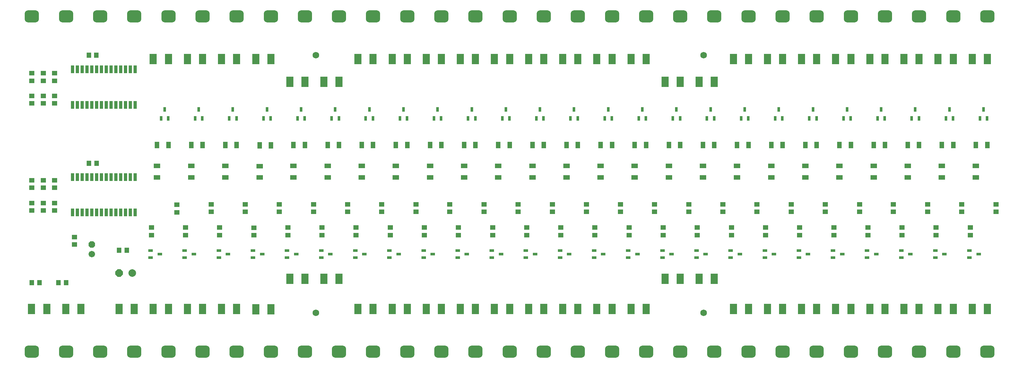
<source format=gts>
G04*
G04 #@! TF.GenerationSoftware,Altium Limited,Altium Designer,19.1.5 (86)*
G04*
G04 Layer_Color=8388736*
%FSLAX44Y44*%
%MOMM*%
G71*
G01*
G75*
%ADD18R,1.4532X1.2032*%
%ADD19R,1.9032X2.7032*%
%ADD20R,1.8032X1.2032*%
%ADD21R,0.8532X2.0532*%
%ADD22R,0.8032X1.3032*%
%ADD23R,1.3032X0.8032*%
%ADD24R,1.2032X1.8032*%
%ADD25R,1.2032X1.4532*%
%ADD26P,2.1683X8X22.5*%
%ADD27C,2.0032*%
%ADD28C,1.7272*%
G04:AMPARAMS|DCode=29|XSize=3.7032mm|YSize=3.2032mm|CornerRadius=0.8516mm|HoleSize=0mm|Usage=FLASHONLY|Rotation=180.000|XOffset=0mm|YOffset=0mm|HoleType=Round|Shape=RoundedRectangle|*
%AMROUNDEDRECTD29*
21,1,3.7032,1.5000,0,0,180.0*
21,1,2.0000,3.2032,0,0,180.0*
1,1,1.7032,-1.0000,0.7500*
1,1,1.7032,1.0000,0.7500*
1,1,1.7032,1.0000,-0.7500*
1,1,1.7032,-1.0000,-0.7500*
%
%ADD29ROUNDEDRECTD29*%
%ADD30P,1.8435X8X292.5*%
%ADD31C,1.7032*%
D18*
X2512110Y636399D02*
D03*
Y656399D02*
D03*
X2062495Y636399D02*
D03*
Y656399D02*
D03*
X1972430Y636399D02*
D03*
Y656399D02*
D03*
X1792466Y636399D02*
D03*
Y656399D02*
D03*
X1702695Y636399D02*
D03*
Y656399D02*
D03*
X1613119Y636399D02*
D03*
Y656399D02*
D03*
X1522164Y636399D02*
D03*
Y656399D02*
D03*
X1432431Y636399D02*
D03*
Y656399D02*
D03*
X1072508Y636399D02*
D03*
Y656399D02*
D03*
X1162564Y636399D02*
D03*
Y656399D02*
D03*
X982544Y636399D02*
D03*
Y656399D02*
D03*
X1342040Y636399D02*
D03*
Y656399D02*
D03*
X1252657Y636399D02*
D03*
Y656399D02*
D03*
X892755Y636399D02*
D03*
Y656399D02*
D03*
X1882500Y636399D02*
D03*
Y656399D02*
D03*
X2783047Y636399D02*
D03*
Y656399D02*
D03*
X2692747Y636399D02*
D03*
Y656399D02*
D03*
X2602265Y636399D02*
D03*
Y656399D02*
D03*
X2422866Y636399D02*
D03*
Y656399D02*
D03*
X2332289Y636399D02*
D03*
Y656399D02*
D03*
X2242688Y636399D02*
D03*
Y656399D02*
D03*
X2152500Y636399D02*
D03*
Y656399D02*
D03*
X802500Y636399D02*
D03*
Y656399D02*
D03*
X712500Y636399D02*
D03*
Y656399D02*
D03*
X622500Y635000D02*
D03*
Y655000D02*
D03*
X2715000Y575000D02*
D03*
Y595000D02*
D03*
X300000Y700000D02*
D03*
Y720000D02*
D03*
Y640000D02*
D03*
Y660000D02*
D03*
X240000Y640000D02*
D03*
Y660000D02*
D03*
X270000Y640000D02*
D03*
Y660000D02*
D03*
Y700000D02*
D03*
Y720000D02*
D03*
X240000Y700000D02*
D03*
Y720000D02*
D03*
Y922500D02*
D03*
Y942500D02*
D03*
X270000Y922500D02*
D03*
Y942500D02*
D03*
X300000Y922500D02*
D03*
Y942500D02*
D03*
Y982500D02*
D03*
Y1002500D02*
D03*
X240000Y982500D02*
D03*
Y1002500D02*
D03*
X270000Y982500D02*
D03*
Y1002500D02*
D03*
X2625000Y575000D02*
D03*
Y595000D02*
D03*
X2535000Y575000D02*
D03*
Y595000D02*
D03*
X2445000Y575000D02*
D03*
Y595000D02*
D03*
X2355000Y575000D02*
D03*
Y595000D02*
D03*
X2265000Y575000D02*
D03*
Y595000D02*
D03*
X2175000Y575000D02*
D03*
Y595000D02*
D03*
X2085000Y575000D02*
D03*
Y595000D02*
D03*
X1995000Y575000D02*
D03*
Y595000D02*
D03*
X1905000Y575000D02*
D03*
Y595000D02*
D03*
X1815000Y575000D02*
D03*
Y595000D02*
D03*
X1725000Y575000D02*
D03*
Y595000D02*
D03*
X1635000Y575000D02*
D03*
Y595000D02*
D03*
X1545000Y575000D02*
D03*
Y595000D02*
D03*
X1455000Y575000D02*
D03*
Y595000D02*
D03*
X1365000Y575000D02*
D03*
Y595000D02*
D03*
X1275000Y575000D02*
D03*
Y595000D02*
D03*
X1185000Y575000D02*
D03*
Y595000D02*
D03*
X1095000Y575000D02*
D03*
Y595000D02*
D03*
X1005000Y575000D02*
D03*
Y595000D02*
D03*
X915000Y575000D02*
D03*
Y595000D02*
D03*
X825350Y574750D02*
D03*
Y594750D02*
D03*
X735000Y575000D02*
D03*
Y595000D02*
D03*
X645000Y575000D02*
D03*
Y595000D02*
D03*
X555000Y575000D02*
D03*
Y595000D02*
D03*
X352500Y550000D02*
D03*
Y570000D02*
D03*
D19*
X2309638Y380000D02*
D03*
X2269638D02*
D03*
X2219897Y380303D02*
D03*
X2179897D02*
D03*
X470000Y380000D02*
D03*
X510000D02*
D03*
X239000D02*
D03*
X279000D02*
D03*
X329500D02*
D03*
X369500D02*
D03*
X960000Y980000D02*
D03*
X920000D02*
D03*
X1050000D02*
D03*
X1010000D02*
D03*
X2720000Y1040000D02*
D03*
X2760000D02*
D03*
X2720000Y380000D02*
D03*
X2760000D02*
D03*
X2630000D02*
D03*
X2670000D02*
D03*
X2630000Y1040000D02*
D03*
X2670000D02*
D03*
X2540000Y380000D02*
D03*
X2580000D02*
D03*
X2540000Y1040000D02*
D03*
X2580000D02*
D03*
X2450000Y380000D02*
D03*
X2490000D02*
D03*
X2450000Y1040000D02*
D03*
X2490000D02*
D03*
X2360000Y380000D02*
D03*
X2400000D02*
D03*
X2360000Y1040000D02*
D03*
X2400000D02*
D03*
X2270000D02*
D03*
X2310000D02*
D03*
X2180000D02*
D03*
X2220000D02*
D03*
X2090000Y380000D02*
D03*
X2130000D02*
D03*
X2090000Y1040000D02*
D03*
X2130000D02*
D03*
X2000000Y460000D02*
D03*
X2040000D02*
D03*
X2000000Y980000D02*
D03*
X2040000D02*
D03*
X1910000Y460000D02*
D03*
X1950000D02*
D03*
X1910000Y980000D02*
D03*
X1950000D02*
D03*
X1820000Y380000D02*
D03*
X1860000D02*
D03*
X1820000Y1040000D02*
D03*
X1860000D02*
D03*
X1730000Y380000D02*
D03*
X1770000D02*
D03*
X1730000Y1040000D02*
D03*
X1770000D02*
D03*
X1640000Y380000D02*
D03*
X1680000D02*
D03*
X1640000Y1040000D02*
D03*
X1680000D02*
D03*
X1550000Y380000D02*
D03*
X1590000D02*
D03*
X1550000Y1040000D02*
D03*
X1590000D02*
D03*
X1460000Y380000D02*
D03*
X1500000D02*
D03*
X1460000Y1040000D02*
D03*
X1500000D02*
D03*
X1370000Y380000D02*
D03*
X1410000D02*
D03*
X1370000Y1040000D02*
D03*
X1410000D02*
D03*
X1280000Y380000D02*
D03*
X1320000D02*
D03*
X1280000Y1040000D02*
D03*
X1320000D02*
D03*
X1190000Y380000D02*
D03*
X1230000D02*
D03*
X1190000Y1040000D02*
D03*
X1230000D02*
D03*
X1100000Y380000D02*
D03*
X1140000D02*
D03*
X1100000Y1040000D02*
D03*
X1140000D02*
D03*
X1010000Y460000D02*
D03*
X1050000D02*
D03*
X830350Y1039750D02*
D03*
X870350D02*
D03*
X740000Y1040000D02*
D03*
X780000D02*
D03*
X650000Y1040000D02*
D03*
X690000D02*
D03*
X560000D02*
D03*
X600000D02*
D03*
X920000Y460000D02*
D03*
X960000D02*
D03*
X830350Y379750D02*
D03*
X870350D02*
D03*
X740000Y380000D02*
D03*
X780000D02*
D03*
X650000Y380000D02*
D03*
X690000D02*
D03*
X560000D02*
D03*
X600000D02*
D03*
D20*
X570000Y727500D02*
D03*
Y757500D02*
D03*
X2730000D02*
D03*
Y727500D02*
D03*
X2640000Y757500D02*
D03*
Y727500D02*
D03*
X2550000Y757500D02*
D03*
Y727500D02*
D03*
X2460000Y757500D02*
D03*
Y727500D02*
D03*
X2370000Y757500D02*
D03*
Y727500D02*
D03*
X2280000Y757500D02*
D03*
Y727500D02*
D03*
X2190000Y757500D02*
D03*
Y727500D02*
D03*
X2100000Y757500D02*
D03*
Y727500D02*
D03*
X2010206Y757500D02*
D03*
Y727500D02*
D03*
X1920206Y757500D02*
D03*
Y727500D02*
D03*
X1830000Y757500D02*
D03*
Y727500D02*
D03*
X1740000Y757500D02*
D03*
Y727500D02*
D03*
X1650000Y757500D02*
D03*
Y727500D02*
D03*
X1560000Y757500D02*
D03*
Y727500D02*
D03*
X1470000Y757500D02*
D03*
Y727500D02*
D03*
X1380000Y757500D02*
D03*
Y727500D02*
D03*
X1290000Y757500D02*
D03*
Y727500D02*
D03*
X1200000Y757500D02*
D03*
Y727500D02*
D03*
X1110000Y757500D02*
D03*
Y727500D02*
D03*
X1019951Y757500D02*
D03*
Y727500D02*
D03*
X929340Y757500D02*
D03*
Y727500D02*
D03*
X840350Y757250D02*
D03*
Y727250D02*
D03*
X750000Y757500D02*
D03*
Y727500D02*
D03*
X660000Y757500D02*
D03*
Y727500D02*
D03*
D21*
X512420Y728220D02*
D03*
X499720D02*
D03*
X487020D02*
D03*
X474320D02*
D03*
X461620D02*
D03*
X448920D02*
D03*
X436220D02*
D03*
X423520D02*
D03*
X410820D02*
D03*
X398120D02*
D03*
X385420D02*
D03*
X372720D02*
D03*
X360020D02*
D03*
X347320D02*
D03*
Y634720D02*
D03*
X360020D02*
D03*
X372720D02*
D03*
X385420D02*
D03*
X398120D02*
D03*
X410820D02*
D03*
X423520D02*
D03*
X436220D02*
D03*
X448920D02*
D03*
X461620D02*
D03*
X474320D02*
D03*
X487020D02*
D03*
X499720D02*
D03*
X512420D02*
D03*
X512420Y1012342D02*
D03*
X499720D02*
D03*
X487020D02*
D03*
X474320D02*
D03*
X461620D02*
D03*
X448920D02*
D03*
X436220D02*
D03*
X423520D02*
D03*
X410820D02*
D03*
X398120D02*
D03*
X385420D02*
D03*
X372720D02*
D03*
X360020D02*
D03*
X347320D02*
D03*
Y918842D02*
D03*
X360020D02*
D03*
X372720D02*
D03*
X385420D02*
D03*
X398120D02*
D03*
X410820D02*
D03*
X423520D02*
D03*
X436220D02*
D03*
X448920D02*
D03*
X461620D02*
D03*
X474320D02*
D03*
X487020D02*
D03*
X499720D02*
D03*
X512420D02*
D03*
D22*
X2750000Y907000D02*
D03*
X2759500Y883000D02*
D03*
X2740500D02*
D03*
X2660000Y907000D02*
D03*
X2669500Y883000D02*
D03*
X2650500D02*
D03*
X2570000Y907000D02*
D03*
X2579500Y883000D02*
D03*
X2560500D02*
D03*
X2480000Y907000D02*
D03*
X2489500Y883000D02*
D03*
X2470500D02*
D03*
X2390000Y907000D02*
D03*
X2399500Y883000D02*
D03*
X2380500D02*
D03*
X2300000Y907000D02*
D03*
X2309500Y883000D02*
D03*
X2290500D02*
D03*
X2210000Y907000D02*
D03*
X2219500Y883000D02*
D03*
X2200500D02*
D03*
X2120000Y907000D02*
D03*
X2129500Y883000D02*
D03*
X2110500D02*
D03*
X2030000Y907000D02*
D03*
X2039500Y883000D02*
D03*
X2020500D02*
D03*
X1940000Y907000D02*
D03*
X1949500Y883000D02*
D03*
X1930500D02*
D03*
X1850000Y907000D02*
D03*
X1859500Y883000D02*
D03*
X1840500D02*
D03*
X1760000Y907000D02*
D03*
X1769500Y883000D02*
D03*
X1750500D02*
D03*
X1670000Y907000D02*
D03*
X1679500Y883000D02*
D03*
X1660500D02*
D03*
X1580000Y907000D02*
D03*
X1589500Y883000D02*
D03*
X1570500D02*
D03*
X1490000Y907000D02*
D03*
X1499500Y883000D02*
D03*
X1480500D02*
D03*
X1400000Y907000D02*
D03*
X1409500Y883000D02*
D03*
X1390500D02*
D03*
X1310000Y907000D02*
D03*
X1319500Y883000D02*
D03*
X1300500D02*
D03*
X1220000Y907000D02*
D03*
X1229500Y883000D02*
D03*
X1210500D02*
D03*
X1130000Y907000D02*
D03*
X1139500Y883000D02*
D03*
X1120500D02*
D03*
X1040000Y907000D02*
D03*
X1049500Y883000D02*
D03*
X1030500D02*
D03*
X950000Y907000D02*
D03*
X959500Y883000D02*
D03*
X940500D02*
D03*
X860350Y906750D02*
D03*
X869850Y882750D02*
D03*
X850850D02*
D03*
X770000Y907000D02*
D03*
X779500Y883000D02*
D03*
X760500D02*
D03*
X680000Y907000D02*
D03*
X689500Y883000D02*
D03*
X670500D02*
D03*
X590000Y907000D02*
D03*
X599500Y883000D02*
D03*
X580500D02*
D03*
D23*
X2737000Y525000D02*
D03*
X2713000Y515500D02*
D03*
Y534500D02*
D03*
X2647000Y525000D02*
D03*
X2623000Y515500D02*
D03*
Y534500D02*
D03*
X2557000Y525000D02*
D03*
X2533000Y515500D02*
D03*
Y534500D02*
D03*
X2467000Y525000D02*
D03*
X2443000Y515500D02*
D03*
Y534500D02*
D03*
X2377000Y525000D02*
D03*
X2353000Y515500D02*
D03*
Y534500D02*
D03*
X2287000Y525000D02*
D03*
X2263000Y515500D02*
D03*
Y534500D02*
D03*
X2197000Y525000D02*
D03*
X2173000Y515500D02*
D03*
Y534500D02*
D03*
X2107000Y525000D02*
D03*
X2083000Y515500D02*
D03*
Y534500D02*
D03*
X2017000Y525000D02*
D03*
X1993000Y515500D02*
D03*
Y534500D02*
D03*
X1927000Y525000D02*
D03*
X1903000Y515500D02*
D03*
Y534500D02*
D03*
X1837000Y525000D02*
D03*
X1813000Y515500D02*
D03*
Y534500D02*
D03*
X1747000Y525000D02*
D03*
X1723000Y515500D02*
D03*
Y534500D02*
D03*
X1657000Y525000D02*
D03*
X1633000Y515500D02*
D03*
Y534500D02*
D03*
X1567000Y525000D02*
D03*
X1543000Y515500D02*
D03*
Y534500D02*
D03*
X1477000Y525000D02*
D03*
X1453000Y515500D02*
D03*
Y534500D02*
D03*
X1387000Y525000D02*
D03*
X1363000Y515500D02*
D03*
Y534500D02*
D03*
X1297000Y525000D02*
D03*
X1273000Y515500D02*
D03*
Y534500D02*
D03*
X1207000Y525000D02*
D03*
X1183000Y515500D02*
D03*
Y534500D02*
D03*
X1117000Y525000D02*
D03*
X1093000Y515500D02*
D03*
Y534500D02*
D03*
X1027000Y525000D02*
D03*
X1003000Y515500D02*
D03*
Y534500D02*
D03*
X937000Y525000D02*
D03*
X913000Y515500D02*
D03*
Y534500D02*
D03*
X847350Y524750D02*
D03*
X823350Y515250D02*
D03*
Y534250D02*
D03*
X757000Y525000D02*
D03*
X733000Y515500D02*
D03*
Y534500D02*
D03*
X667000Y525000D02*
D03*
X643000Y515500D02*
D03*
Y534500D02*
D03*
X577000Y525000D02*
D03*
X553000Y515500D02*
D03*
Y534500D02*
D03*
D24*
X2760000Y812500D02*
D03*
X2730000D02*
D03*
X2670000D02*
D03*
X2640000D02*
D03*
X2580000D02*
D03*
X2550000D02*
D03*
X2490000D02*
D03*
X2460000D02*
D03*
X2400000D02*
D03*
X2370000D02*
D03*
X2310000D02*
D03*
X2280000D02*
D03*
X2220000D02*
D03*
X2190000D02*
D03*
X2130000D02*
D03*
X2100000D02*
D03*
X2040000Y812500D02*
D03*
X2010000D02*
D03*
X1950000D02*
D03*
X1920000D02*
D03*
X1860000Y812500D02*
D03*
X1830000D02*
D03*
X1770000D02*
D03*
X1740000D02*
D03*
X1680000D02*
D03*
X1650000D02*
D03*
X1590000D02*
D03*
X1560000D02*
D03*
X1500000D02*
D03*
X1470000D02*
D03*
X1410000D02*
D03*
X1380000D02*
D03*
X1320000D02*
D03*
X1290000D02*
D03*
X1230000D02*
D03*
X1200000D02*
D03*
X1140000D02*
D03*
X1110000D02*
D03*
X1050000Y812500D02*
D03*
X1020000D02*
D03*
X960000D02*
D03*
X930000D02*
D03*
X870350Y812250D02*
D03*
X840350D02*
D03*
X780000Y812500D02*
D03*
X750000D02*
D03*
X690000Y812500D02*
D03*
X660000D02*
D03*
X600000D02*
D03*
X570000D02*
D03*
D25*
X390537Y764557D02*
D03*
X410537D02*
D03*
X390000Y1050000D02*
D03*
X410000D02*
D03*
X240000Y450000D02*
D03*
X260000D02*
D03*
X330000D02*
D03*
X310000D02*
D03*
X490000Y535000D02*
D03*
X470000D02*
D03*
D26*
Y475000D02*
D03*
D27*
X505000D02*
D03*
D28*
X2011500Y370000D02*
D03*
Y1050000D02*
D03*
X988500D02*
D03*
Y370000D02*
D03*
D29*
X1500000Y1152500D02*
D03*
X1590000D02*
D03*
X1680000D02*
D03*
X1770000D02*
D03*
X1860000D02*
D03*
X1950000D02*
D03*
X2040000D02*
D03*
X2130000D02*
D03*
X2220000D02*
D03*
X2310000D02*
D03*
X2400000D02*
D03*
X2490000D02*
D03*
X2580000D02*
D03*
X2670000D02*
D03*
X2760000D02*
D03*
X1410000D02*
D03*
X1320000D02*
D03*
X1230000D02*
D03*
X1140000D02*
D03*
X1050000D02*
D03*
X960000D02*
D03*
X870000D02*
D03*
X780000D02*
D03*
X690000D02*
D03*
X600000D02*
D03*
X510000D02*
D03*
X420000D02*
D03*
X330000D02*
D03*
X240000D02*
D03*
X2760000Y267500D02*
D03*
X2670000D02*
D03*
X2580000D02*
D03*
X2490000D02*
D03*
X2400000D02*
D03*
X2310000D02*
D03*
X2220000D02*
D03*
X2130000D02*
D03*
X2040000D02*
D03*
X1950000D02*
D03*
X1860000D02*
D03*
X1770000D02*
D03*
X1680000D02*
D03*
X1590000D02*
D03*
X240000D02*
D03*
X330000D02*
D03*
X420000D02*
D03*
X510000D02*
D03*
X600000D02*
D03*
X690000D02*
D03*
X780000D02*
D03*
X870000D02*
D03*
X960000D02*
D03*
X1050000D02*
D03*
X1140000D02*
D03*
X1230000D02*
D03*
X1320000D02*
D03*
X1410000D02*
D03*
X1500000D02*
D03*
D30*
X397500Y550200D02*
D03*
D31*
Y524800D02*
D03*
M02*

</source>
